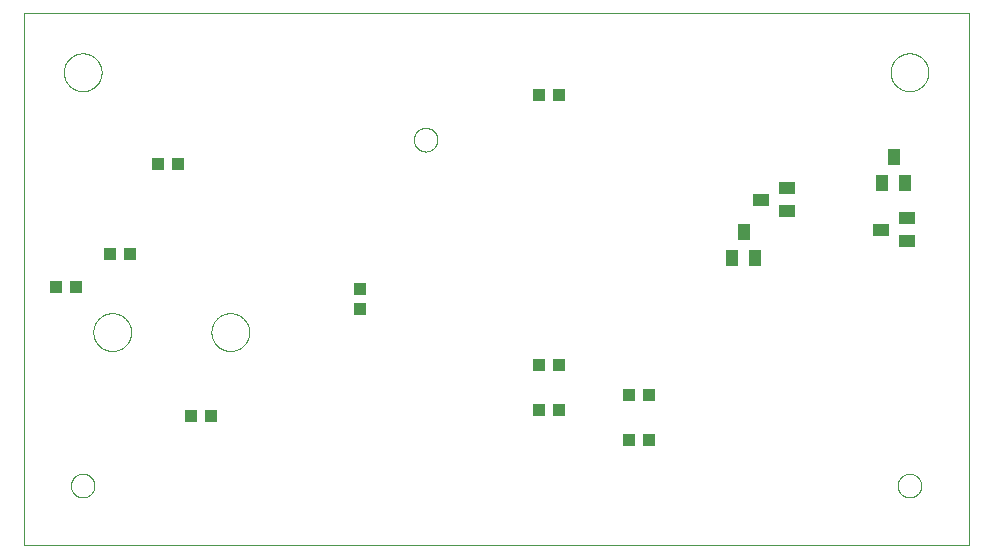
<source format=gbp>
G75*
%MOIN*%
%OFA0B0*%
%FSLAX25Y25*%
%IPPOS*%
%LPD*%
%AMOC8*
5,1,8,0,0,1.08239X$1,22.5*
%
%ADD10C,0.00000*%
%ADD11R,0.03937X0.04331*%
%ADD12R,0.04331X0.03937*%
%ADD13R,0.05512X0.03937*%
%ADD14R,0.03937X0.05512*%
D10*
X0010673Y0006013D02*
X0010673Y0183178D01*
X0325634Y0183178D01*
X0325634Y0006013D01*
X0010673Y0006013D01*
X0026421Y0025698D02*
X0026423Y0025823D01*
X0026429Y0025948D01*
X0026439Y0026072D01*
X0026453Y0026196D01*
X0026470Y0026320D01*
X0026492Y0026443D01*
X0026518Y0026565D01*
X0026547Y0026687D01*
X0026580Y0026807D01*
X0026618Y0026926D01*
X0026658Y0027045D01*
X0026703Y0027161D01*
X0026751Y0027276D01*
X0026803Y0027390D01*
X0026859Y0027502D01*
X0026918Y0027612D01*
X0026980Y0027720D01*
X0027046Y0027827D01*
X0027115Y0027931D01*
X0027188Y0028032D01*
X0027263Y0028132D01*
X0027342Y0028229D01*
X0027424Y0028323D01*
X0027509Y0028415D01*
X0027596Y0028504D01*
X0027687Y0028590D01*
X0027780Y0028673D01*
X0027876Y0028754D01*
X0027974Y0028831D01*
X0028074Y0028905D01*
X0028177Y0028976D01*
X0028282Y0029043D01*
X0028390Y0029108D01*
X0028499Y0029168D01*
X0028610Y0029226D01*
X0028723Y0029279D01*
X0028837Y0029329D01*
X0028953Y0029376D01*
X0029070Y0029418D01*
X0029189Y0029457D01*
X0029309Y0029493D01*
X0029430Y0029524D01*
X0029552Y0029552D01*
X0029674Y0029575D01*
X0029798Y0029595D01*
X0029922Y0029611D01*
X0030046Y0029623D01*
X0030171Y0029631D01*
X0030296Y0029635D01*
X0030420Y0029635D01*
X0030545Y0029631D01*
X0030670Y0029623D01*
X0030794Y0029611D01*
X0030918Y0029595D01*
X0031042Y0029575D01*
X0031164Y0029552D01*
X0031286Y0029524D01*
X0031407Y0029493D01*
X0031527Y0029457D01*
X0031646Y0029418D01*
X0031763Y0029376D01*
X0031879Y0029329D01*
X0031993Y0029279D01*
X0032106Y0029226D01*
X0032217Y0029168D01*
X0032327Y0029108D01*
X0032434Y0029043D01*
X0032539Y0028976D01*
X0032642Y0028905D01*
X0032742Y0028831D01*
X0032840Y0028754D01*
X0032936Y0028673D01*
X0033029Y0028590D01*
X0033120Y0028504D01*
X0033207Y0028415D01*
X0033292Y0028323D01*
X0033374Y0028229D01*
X0033453Y0028132D01*
X0033528Y0028032D01*
X0033601Y0027931D01*
X0033670Y0027827D01*
X0033736Y0027720D01*
X0033798Y0027612D01*
X0033857Y0027502D01*
X0033913Y0027390D01*
X0033965Y0027276D01*
X0034013Y0027161D01*
X0034058Y0027045D01*
X0034098Y0026926D01*
X0034136Y0026807D01*
X0034169Y0026687D01*
X0034198Y0026565D01*
X0034224Y0026443D01*
X0034246Y0026320D01*
X0034263Y0026196D01*
X0034277Y0026072D01*
X0034287Y0025948D01*
X0034293Y0025823D01*
X0034295Y0025698D01*
X0034293Y0025573D01*
X0034287Y0025448D01*
X0034277Y0025324D01*
X0034263Y0025200D01*
X0034246Y0025076D01*
X0034224Y0024953D01*
X0034198Y0024831D01*
X0034169Y0024709D01*
X0034136Y0024589D01*
X0034098Y0024470D01*
X0034058Y0024351D01*
X0034013Y0024235D01*
X0033965Y0024120D01*
X0033913Y0024006D01*
X0033857Y0023894D01*
X0033798Y0023784D01*
X0033736Y0023676D01*
X0033670Y0023569D01*
X0033601Y0023465D01*
X0033528Y0023364D01*
X0033453Y0023264D01*
X0033374Y0023167D01*
X0033292Y0023073D01*
X0033207Y0022981D01*
X0033120Y0022892D01*
X0033029Y0022806D01*
X0032936Y0022723D01*
X0032840Y0022642D01*
X0032742Y0022565D01*
X0032642Y0022491D01*
X0032539Y0022420D01*
X0032434Y0022353D01*
X0032326Y0022288D01*
X0032217Y0022228D01*
X0032106Y0022170D01*
X0031993Y0022117D01*
X0031879Y0022067D01*
X0031763Y0022020D01*
X0031646Y0021978D01*
X0031527Y0021939D01*
X0031407Y0021903D01*
X0031286Y0021872D01*
X0031164Y0021844D01*
X0031042Y0021821D01*
X0030918Y0021801D01*
X0030794Y0021785D01*
X0030670Y0021773D01*
X0030545Y0021765D01*
X0030420Y0021761D01*
X0030296Y0021761D01*
X0030171Y0021765D01*
X0030046Y0021773D01*
X0029922Y0021785D01*
X0029798Y0021801D01*
X0029674Y0021821D01*
X0029552Y0021844D01*
X0029430Y0021872D01*
X0029309Y0021903D01*
X0029189Y0021939D01*
X0029070Y0021978D01*
X0028953Y0022020D01*
X0028837Y0022067D01*
X0028723Y0022117D01*
X0028610Y0022170D01*
X0028499Y0022228D01*
X0028389Y0022288D01*
X0028282Y0022353D01*
X0028177Y0022420D01*
X0028074Y0022491D01*
X0027974Y0022565D01*
X0027876Y0022642D01*
X0027780Y0022723D01*
X0027687Y0022806D01*
X0027596Y0022892D01*
X0027509Y0022981D01*
X0027424Y0023073D01*
X0027342Y0023167D01*
X0027263Y0023264D01*
X0027188Y0023364D01*
X0027115Y0023465D01*
X0027046Y0023569D01*
X0026980Y0023676D01*
X0026918Y0023784D01*
X0026859Y0023894D01*
X0026803Y0024006D01*
X0026751Y0024120D01*
X0026703Y0024235D01*
X0026658Y0024351D01*
X0026618Y0024470D01*
X0026580Y0024589D01*
X0026547Y0024709D01*
X0026518Y0024831D01*
X0026492Y0024953D01*
X0026470Y0025076D01*
X0026453Y0025200D01*
X0026439Y0025324D01*
X0026429Y0025448D01*
X0026423Y0025573D01*
X0026421Y0025698D01*
X0033902Y0076879D02*
X0033904Y0077037D01*
X0033910Y0077195D01*
X0033920Y0077353D01*
X0033934Y0077511D01*
X0033952Y0077668D01*
X0033973Y0077825D01*
X0033999Y0077981D01*
X0034029Y0078137D01*
X0034062Y0078292D01*
X0034100Y0078445D01*
X0034141Y0078598D01*
X0034186Y0078750D01*
X0034235Y0078901D01*
X0034288Y0079050D01*
X0034344Y0079198D01*
X0034404Y0079344D01*
X0034468Y0079489D01*
X0034536Y0079632D01*
X0034607Y0079774D01*
X0034681Y0079914D01*
X0034759Y0080051D01*
X0034841Y0080187D01*
X0034925Y0080321D01*
X0035014Y0080452D01*
X0035105Y0080581D01*
X0035200Y0080708D01*
X0035297Y0080833D01*
X0035398Y0080955D01*
X0035502Y0081074D01*
X0035609Y0081191D01*
X0035719Y0081305D01*
X0035832Y0081416D01*
X0035947Y0081525D01*
X0036065Y0081630D01*
X0036186Y0081732D01*
X0036309Y0081832D01*
X0036435Y0081928D01*
X0036563Y0082021D01*
X0036693Y0082111D01*
X0036826Y0082197D01*
X0036961Y0082281D01*
X0037097Y0082360D01*
X0037236Y0082437D01*
X0037377Y0082509D01*
X0037519Y0082579D01*
X0037663Y0082644D01*
X0037809Y0082706D01*
X0037956Y0082764D01*
X0038105Y0082819D01*
X0038255Y0082870D01*
X0038406Y0082917D01*
X0038558Y0082960D01*
X0038711Y0082999D01*
X0038866Y0083035D01*
X0039021Y0083066D01*
X0039177Y0083094D01*
X0039333Y0083118D01*
X0039490Y0083138D01*
X0039648Y0083154D01*
X0039805Y0083166D01*
X0039964Y0083174D01*
X0040122Y0083178D01*
X0040280Y0083178D01*
X0040438Y0083174D01*
X0040597Y0083166D01*
X0040754Y0083154D01*
X0040912Y0083138D01*
X0041069Y0083118D01*
X0041225Y0083094D01*
X0041381Y0083066D01*
X0041536Y0083035D01*
X0041691Y0082999D01*
X0041844Y0082960D01*
X0041996Y0082917D01*
X0042147Y0082870D01*
X0042297Y0082819D01*
X0042446Y0082764D01*
X0042593Y0082706D01*
X0042739Y0082644D01*
X0042883Y0082579D01*
X0043025Y0082509D01*
X0043166Y0082437D01*
X0043305Y0082360D01*
X0043441Y0082281D01*
X0043576Y0082197D01*
X0043709Y0082111D01*
X0043839Y0082021D01*
X0043967Y0081928D01*
X0044093Y0081832D01*
X0044216Y0081732D01*
X0044337Y0081630D01*
X0044455Y0081525D01*
X0044570Y0081416D01*
X0044683Y0081305D01*
X0044793Y0081191D01*
X0044900Y0081074D01*
X0045004Y0080955D01*
X0045105Y0080833D01*
X0045202Y0080708D01*
X0045297Y0080581D01*
X0045388Y0080452D01*
X0045477Y0080321D01*
X0045561Y0080187D01*
X0045643Y0080051D01*
X0045721Y0079914D01*
X0045795Y0079774D01*
X0045866Y0079632D01*
X0045934Y0079489D01*
X0045998Y0079344D01*
X0046058Y0079198D01*
X0046114Y0079050D01*
X0046167Y0078901D01*
X0046216Y0078750D01*
X0046261Y0078598D01*
X0046302Y0078445D01*
X0046340Y0078292D01*
X0046373Y0078137D01*
X0046403Y0077981D01*
X0046429Y0077825D01*
X0046450Y0077668D01*
X0046468Y0077511D01*
X0046482Y0077353D01*
X0046492Y0077195D01*
X0046498Y0077037D01*
X0046500Y0076879D01*
X0046498Y0076721D01*
X0046492Y0076563D01*
X0046482Y0076405D01*
X0046468Y0076247D01*
X0046450Y0076090D01*
X0046429Y0075933D01*
X0046403Y0075777D01*
X0046373Y0075621D01*
X0046340Y0075466D01*
X0046302Y0075313D01*
X0046261Y0075160D01*
X0046216Y0075008D01*
X0046167Y0074857D01*
X0046114Y0074708D01*
X0046058Y0074560D01*
X0045998Y0074414D01*
X0045934Y0074269D01*
X0045866Y0074126D01*
X0045795Y0073984D01*
X0045721Y0073844D01*
X0045643Y0073707D01*
X0045561Y0073571D01*
X0045477Y0073437D01*
X0045388Y0073306D01*
X0045297Y0073177D01*
X0045202Y0073050D01*
X0045105Y0072925D01*
X0045004Y0072803D01*
X0044900Y0072684D01*
X0044793Y0072567D01*
X0044683Y0072453D01*
X0044570Y0072342D01*
X0044455Y0072233D01*
X0044337Y0072128D01*
X0044216Y0072026D01*
X0044093Y0071926D01*
X0043967Y0071830D01*
X0043839Y0071737D01*
X0043709Y0071647D01*
X0043576Y0071561D01*
X0043441Y0071477D01*
X0043305Y0071398D01*
X0043166Y0071321D01*
X0043025Y0071249D01*
X0042883Y0071179D01*
X0042739Y0071114D01*
X0042593Y0071052D01*
X0042446Y0070994D01*
X0042297Y0070939D01*
X0042147Y0070888D01*
X0041996Y0070841D01*
X0041844Y0070798D01*
X0041691Y0070759D01*
X0041536Y0070723D01*
X0041381Y0070692D01*
X0041225Y0070664D01*
X0041069Y0070640D01*
X0040912Y0070620D01*
X0040754Y0070604D01*
X0040597Y0070592D01*
X0040438Y0070584D01*
X0040280Y0070580D01*
X0040122Y0070580D01*
X0039964Y0070584D01*
X0039805Y0070592D01*
X0039648Y0070604D01*
X0039490Y0070620D01*
X0039333Y0070640D01*
X0039177Y0070664D01*
X0039021Y0070692D01*
X0038866Y0070723D01*
X0038711Y0070759D01*
X0038558Y0070798D01*
X0038406Y0070841D01*
X0038255Y0070888D01*
X0038105Y0070939D01*
X0037956Y0070994D01*
X0037809Y0071052D01*
X0037663Y0071114D01*
X0037519Y0071179D01*
X0037377Y0071249D01*
X0037236Y0071321D01*
X0037097Y0071398D01*
X0036961Y0071477D01*
X0036826Y0071561D01*
X0036693Y0071647D01*
X0036563Y0071737D01*
X0036435Y0071830D01*
X0036309Y0071926D01*
X0036186Y0072026D01*
X0036065Y0072128D01*
X0035947Y0072233D01*
X0035832Y0072342D01*
X0035719Y0072453D01*
X0035609Y0072567D01*
X0035502Y0072684D01*
X0035398Y0072803D01*
X0035297Y0072925D01*
X0035200Y0073050D01*
X0035105Y0073177D01*
X0035014Y0073306D01*
X0034925Y0073437D01*
X0034841Y0073571D01*
X0034759Y0073707D01*
X0034681Y0073844D01*
X0034607Y0073984D01*
X0034536Y0074126D01*
X0034468Y0074269D01*
X0034404Y0074414D01*
X0034344Y0074560D01*
X0034288Y0074708D01*
X0034235Y0074857D01*
X0034186Y0075008D01*
X0034141Y0075160D01*
X0034100Y0075313D01*
X0034062Y0075466D01*
X0034029Y0075621D01*
X0033999Y0075777D01*
X0033973Y0075933D01*
X0033952Y0076090D01*
X0033934Y0076247D01*
X0033920Y0076405D01*
X0033910Y0076563D01*
X0033904Y0076721D01*
X0033902Y0076879D01*
X0073272Y0076879D02*
X0073274Y0077037D01*
X0073280Y0077195D01*
X0073290Y0077353D01*
X0073304Y0077511D01*
X0073322Y0077668D01*
X0073343Y0077825D01*
X0073369Y0077981D01*
X0073399Y0078137D01*
X0073432Y0078292D01*
X0073470Y0078445D01*
X0073511Y0078598D01*
X0073556Y0078750D01*
X0073605Y0078901D01*
X0073658Y0079050D01*
X0073714Y0079198D01*
X0073774Y0079344D01*
X0073838Y0079489D01*
X0073906Y0079632D01*
X0073977Y0079774D01*
X0074051Y0079914D01*
X0074129Y0080051D01*
X0074211Y0080187D01*
X0074295Y0080321D01*
X0074384Y0080452D01*
X0074475Y0080581D01*
X0074570Y0080708D01*
X0074667Y0080833D01*
X0074768Y0080955D01*
X0074872Y0081074D01*
X0074979Y0081191D01*
X0075089Y0081305D01*
X0075202Y0081416D01*
X0075317Y0081525D01*
X0075435Y0081630D01*
X0075556Y0081732D01*
X0075679Y0081832D01*
X0075805Y0081928D01*
X0075933Y0082021D01*
X0076063Y0082111D01*
X0076196Y0082197D01*
X0076331Y0082281D01*
X0076467Y0082360D01*
X0076606Y0082437D01*
X0076747Y0082509D01*
X0076889Y0082579D01*
X0077033Y0082644D01*
X0077179Y0082706D01*
X0077326Y0082764D01*
X0077475Y0082819D01*
X0077625Y0082870D01*
X0077776Y0082917D01*
X0077928Y0082960D01*
X0078081Y0082999D01*
X0078236Y0083035D01*
X0078391Y0083066D01*
X0078547Y0083094D01*
X0078703Y0083118D01*
X0078860Y0083138D01*
X0079018Y0083154D01*
X0079175Y0083166D01*
X0079334Y0083174D01*
X0079492Y0083178D01*
X0079650Y0083178D01*
X0079808Y0083174D01*
X0079967Y0083166D01*
X0080124Y0083154D01*
X0080282Y0083138D01*
X0080439Y0083118D01*
X0080595Y0083094D01*
X0080751Y0083066D01*
X0080906Y0083035D01*
X0081061Y0082999D01*
X0081214Y0082960D01*
X0081366Y0082917D01*
X0081517Y0082870D01*
X0081667Y0082819D01*
X0081816Y0082764D01*
X0081963Y0082706D01*
X0082109Y0082644D01*
X0082253Y0082579D01*
X0082395Y0082509D01*
X0082536Y0082437D01*
X0082675Y0082360D01*
X0082811Y0082281D01*
X0082946Y0082197D01*
X0083079Y0082111D01*
X0083209Y0082021D01*
X0083337Y0081928D01*
X0083463Y0081832D01*
X0083586Y0081732D01*
X0083707Y0081630D01*
X0083825Y0081525D01*
X0083940Y0081416D01*
X0084053Y0081305D01*
X0084163Y0081191D01*
X0084270Y0081074D01*
X0084374Y0080955D01*
X0084475Y0080833D01*
X0084572Y0080708D01*
X0084667Y0080581D01*
X0084758Y0080452D01*
X0084847Y0080321D01*
X0084931Y0080187D01*
X0085013Y0080051D01*
X0085091Y0079914D01*
X0085165Y0079774D01*
X0085236Y0079632D01*
X0085304Y0079489D01*
X0085368Y0079344D01*
X0085428Y0079198D01*
X0085484Y0079050D01*
X0085537Y0078901D01*
X0085586Y0078750D01*
X0085631Y0078598D01*
X0085672Y0078445D01*
X0085710Y0078292D01*
X0085743Y0078137D01*
X0085773Y0077981D01*
X0085799Y0077825D01*
X0085820Y0077668D01*
X0085838Y0077511D01*
X0085852Y0077353D01*
X0085862Y0077195D01*
X0085868Y0077037D01*
X0085870Y0076879D01*
X0085868Y0076721D01*
X0085862Y0076563D01*
X0085852Y0076405D01*
X0085838Y0076247D01*
X0085820Y0076090D01*
X0085799Y0075933D01*
X0085773Y0075777D01*
X0085743Y0075621D01*
X0085710Y0075466D01*
X0085672Y0075313D01*
X0085631Y0075160D01*
X0085586Y0075008D01*
X0085537Y0074857D01*
X0085484Y0074708D01*
X0085428Y0074560D01*
X0085368Y0074414D01*
X0085304Y0074269D01*
X0085236Y0074126D01*
X0085165Y0073984D01*
X0085091Y0073844D01*
X0085013Y0073707D01*
X0084931Y0073571D01*
X0084847Y0073437D01*
X0084758Y0073306D01*
X0084667Y0073177D01*
X0084572Y0073050D01*
X0084475Y0072925D01*
X0084374Y0072803D01*
X0084270Y0072684D01*
X0084163Y0072567D01*
X0084053Y0072453D01*
X0083940Y0072342D01*
X0083825Y0072233D01*
X0083707Y0072128D01*
X0083586Y0072026D01*
X0083463Y0071926D01*
X0083337Y0071830D01*
X0083209Y0071737D01*
X0083079Y0071647D01*
X0082946Y0071561D01*
X0082811Y0071477D01*
X0082675Y0071398D01*
X0082536Y0071321D01*
X0082395Y0071249D01*
X0082253Y0071179D01*
X0082109Y0071114D01*
X0081963Y0071052D01*
X0081816Y0070994D01*
X0081667Y0070939D01*
X0081517Y0070888D01*
X0081366Y0070841D01*
X0081214Y0070798D01*
X0081061Y0070759D01*
X0080906Y0070723D01*
X0080751Y0070692D01*
X0080595Y0070664D01*
X0080439Y0070640D01*
X0080282Y0070620D01*
X0080124Y0070604D01*
X0079967Y0070592D01*
X0079808Y0070584D01*
X0079650Y0070580D01*
X0079492Y0070580D01*
X0079334Y0070584D01*
X0079175Y0070592D01*
X0079018Y0070604D01*
X0078860Y0070620D01*
X0078703Y0070640D01*
X0078547Y0070664D01*
X0078391Y0070692D01*
X0078236Y0070723D01*
X0078081Y0070759D01*
X0077928Y0070798D01*
X0077776Y0070841D01*
X0077625Y0070888D01*
X0077475Y0070939D01*
X0077326Y0070994D01*
X0077179Y0071052D01*
X0077033Y0071114D01*
X0076889Y0071179D01*
X0076747Y0071249D01*
X0076606Y0071321D01*
X0076467Y0071398D01*
X0076331Y0071477D01*
X0076196Y0071561D01*
X0076063Y0071647D01*
X0075933Y0071737D01*
X0075805Y0071830D01*
X0075679Y0071926D01*
X0075556Y0072026D01*
X0075435Y0072128D01*
X0075317Y0072233D01*
X0075202Y0072342D01*
X0075089Y0072453D01*
X0074979Y0072567D01*
X0074872Y0072684D01*
X0074768Y0072803D01*
X0074667Y0072925D01*
X0074570Y0073050D01*
X0074475Y0073177D01*
X0074384Y0073306D01*
X0074295Y0073437D01*
X0074211Y0073571D01*
X0074129Y0073707D01*
X0074051Y0073844D01*
X0073977Y0073984D01*
X0073906Y0074126D01*
X0073838Y0074269D01*
X0073774Y0074414D01*
X0073714Y0074560D01*
X0073658Y0074708D01*
X0073605Y0074857D01*
X0073556Y0075008D01*
X0073511Y0075160D01*
X0073470Y0075313D01*
X0073432Y0075466D01*
X0073399Y0075621D01*
X0073369Y0075777D01*
X0073343Y0075933D01*
X0073322Y0076090D01*
X0073304Y0076247D01*
X0073290Y0076405D01*
X0073280Y0076563D01*
X0073274Y0076721D01*
X0073272Y0076879D01*
X0140736Y0141013D02*
X0140738Y0141138D01*
X0140744Y0141263D01*
X0140754Y0141387D01*
X0140768Y0141511D01*
X0140785Y0141635D01*
X0140807Y0141758D01*
X0140833Y0141880D01*
X0140862Y0142002D01*
X0140895Y0142122D01*
X0140933Y0142241D01*
X0140973Y0142360D01*
X0141018Y0142476D01*
X0141066Y0142591D01*
X0141118Y0142705D01*
X0141174Y0142817D01*
X0141233Y0142927D01*
X0141295Y0143035D01*
X0141361Y0143142D01*
X0141430Y0143246D01*
X0141503Y0143347D01*
X0141578Y0143447D01*
X0141657Y0143544D01*
X0141739Y0143638D01*
X0141824Y0143730D01*
X0141911Y0143819D01*
X0142002Y0143905D01*
X0142095Y0143988D01*
X0142191Y0144069D01*
X0142289Y0144146D01*
X0142389Y0144220D01*
X0142492Y0144291D01*
X0142597Y0144358D01*
X0142705Y0144423D01*
X0142814Y0144483D01*
X0142925Y0144541D01*
X0143038Y0144594D01*
X0143152Y0144644D01*
X0143268Y0144691D01*
X0143385Y0144733D01*
X0143504Y0144772D01*
X0143624Y0144808D01*
X0143745Y0144839D01*
X0143867Y0144867D01*
X0143989Y0144890D01*
X0144113Y0144910D01*
X0144237Y0144926D01*
X0144361Y0144938D01*
X0144486Y0144946D01*
X0144611Y0144950D01*
X0144735Y0144950D01*
X0144860Y0144946D01*
X0144985Y0144938D01*
X0145109Y0144926D01*
X0145233Y0144910D01*
X0145357Y0144890D01*
X0145479Y0144867D01*
X0145601Y0144839D01*
X0145722Y0144808D01*
X0145842Y0144772D01*
X0145961Y0144733D01*
X0146078Y0144691D01*
X0146194Y0144644D01*
X0146308Y0144594D01*
X0146421Y0144541D01*
X0146532Y0144483D01*
X0146642Y0144423D01*
X0146749Y0144358D01*
X0146854Y0144291D01*
X0146957Y0144220D01*
X0147057Y0144146D01*
X0147155Y0144069D01*
X0147251Y0143988D01*
X0147344Y0143905D01*
X0147435Y0143819D01*
X0147522Y0143730D01*
X0147607Y0143638D01*
X0147689Y0143544D01*
X0147768Y0143447D01*
X0147843Y0143347D01*
X0147916Y0143246D01*
X0147985Y0143142D01*
X0148051Y0143035D01*
X0148113Y0142927D01*
X0148172Y0142817D01*
X0148228Y0142705D01*
X0148280Y0142591D01*
X0148328Y0142476D01*
X0148373Y0142360D01*
X0148413Y0142241D01*
X0148451Y0142122D01*
X0148484Y0142002D01*
X0148513Y0141880D01*
X0148539Y0141758D01*
X0148561Y0141635D01*
X0148578Y0141511D01*
X0148592Y0141387D01*
X0148602Y0141263D01*
X0148608Y0141138D01*
X0148610Y0141013D01*
X0148608Y0140888D01*
X0148602Y0140763D01*
X0148592Y0140639D01*
X0148578Y0140515D01*
X0148561Y0140391D01*
X0148539Y0140268D01*
X0148513Y0140146D01*
X0148484Y0140024D01*
X0148451Y0139904D01*
X0148413Y0139785D01*
X0148373Y0139666D01*
X0148328Y0139550D01*
X0148280Y0139435D01*
X0148228Y0139321D01*
X0148172Y0139209D01*
X0148113Y0139099D01*
X0148051Y0138991D01*
X0147985Y0138884D01*
X0147916Y0138780D01*
X0147843Y0138679D01*
X0147768Y0138579D01*
X0147689Y0138482D01*
X0147607Y0138388D01*
X0147522Y0138296D01*
X0147435Y0138207D01*
X0147344Y0138121D01*
X0147251Y0138038D01*
X0147155Y0137957D01*
X0147057Y0137880D01*
X0146957Y0137806D01*
X0146854Y0137735D01*
X0146749Y0137668D01*
X0146641Y0137603D01*
X0146532Y0137543D01*
X0146421Y0137485D01*
X0146308Y0137432D01*
X0146194Y0137382D01*
X0146078Y0137335D01*
X0145961Y0137293D01*
X0145842Y0137254D01*
X0145722Y0137218D01*
X0145601Y0137187D01*
X0145479Y0137159D01*
X0145357Y0137136D01*
X0145233Y0137116D01*
X0145109Y0137100D01*
X0144985Y0137088D01*
X0144860Y0137080D01*
X0144735Y0137076D01*
X0144611Y0137076D01*
X0144486Y0137080D01*
X0144361Y0137088D01*
X0144237Y0137100D01*
X0144113Y0137116D01*
X0143989Y0137136D01*
X0143867Y0137159D01*
X0143745Y0137187D01*
X0143624Y0137218D01*
X0143504Y0137254D01*
X0143385Y0137293D01*
X0143268Y0137335D01*
X0143152Y0137382D01*
X0143038Y0137432D01*
X0142925Y0137485D01*
X0142814Y0137543D01*
X0142704Y0137603D01*
X0142597Y0137668D01*
X0142492Y0137735D01*
X0142389Y0137806D01*
X0142289Y0137880D01*
X0142191Y0137957D01*
X0142095Y0138038D01*
X0142002Y0138121D01*
X0141911Y0138207D01*
X0141824Y0138296D01*
X0141739Y0138388D01*
X0141657Y0138482D01*
X0141578Y0138579D01*
X0141503Y0138679D01*
X0141430Y0138780D01*
X0141361Y0138884D01*
X0141295Y0138991D01*
X0141233Y0139099D01*
X0141174Y0139209D01*
X0141118Y0139321D01*
X0141066Y0139435D01*
X0141018Y0139550D01*
X0140973Y0139666D01*
X0140933Y0139785D01*
X0140895Y0139904D01*
X0140862Y0140024D01*
X0140833Y0140146D01*
X0140807Y0140268D01*
X0140785Y0140391D01*
X0140768Y0140515D01*
X0140754Y0140639D01*
X0140744Y0140763D01*
X0140738Y0140888D01*
X0140736Y0141013D01*
X0024059Y0163493D02*
X0024061Y0163651D01*
X0024067Y0163809D01*
X0024077Y0163967D01*
X0024091Y0164125D01*
X0024109Y0164282D01*
X0024130Y0164439D01*
X0024156Y0164595D01*
X0024186Y0164751D01*
X0024219Y0164906D01*
X0024257Y0165059D01*
X0024298Y0165212D01*
X0024343Y0165364D01*
X0024392Y0165515D01*
X0024445Y0165664D01*
X0024501Y0165812D01*
X0024561Y0165958D01*
X0024625Y0166103D01*
X0024693Y0166246D01*
X0024764Y0166388D01*
X0024838Y0166528D01*
X0024916Y0166665D01*
X0024998Y0166801D01*
X0025082Y0166935D01*
X0025171Y0167066D01*
X0025262Y0167195D01*
X0025357Y0167322D01*
X0025454Y0167447D01*
X0025555Y0167569D01*
X0025659Y0167688D01*
X0025766Y0167805D01*
X0025876Y0167919D01*
X0025989Y0168030D01*
X0026104Y0168139D01*
X0026222Y0168244D01*
X0026343Y0168346D01*
X0026466Y0168446D01*
X0026592Y0168542D01*
X0026720Y0168635D01*
X0026850Y0168725D01*
X0026983Y0168811D01*
X0027118Y0168895D01*
X0027254Y0168974D01*
X0027393Y0169051D01*
X0027534Y0169123D01*
X0027676Y0169193D01*
X0027820Y0169258D01*
X0027966Y0169320D01*
X0028113Y0169378D01*
X0028262Y0169433D01*
X0028412Y0169484D01*
X0028563Y0169531D01*
X0028715Y0169574D01*
X0028868Y0169613D01*
X0029023Y0169649D01*
X0029178Y0169680D01*
X0029334Y0169708D01*
X0029490Y0169732D01*
X0029647Y0169752D01*
X0029805Y0169768D01*
X0029962Y0169780D01*
X0030121Y0169788D01*
X0030279Y0169792D01*
X0030437Y0169792D01*
X0030595Y0169788D01*
X0030754Y0169780D01*
X0030911Y0169768D01*
X0031069Y0169752D01*
X0031226Y0169732D01*
X0031382Y0169708D01*
X0031538Y0169680D01*
X0031693Y0169649D01*
X0031848Y0169613D01*
X0032001Y0169574D01*
X0032153Y0169531D01*
X0032304Y0169484D01*
X0032454Y0169433D01*
X0032603Y0169378D01*
X0032750Y0169320D01*
X0032896Y0169258D01*
X0033040Y0169193D01*
X0033182Y0169123D01*
X0033323Y0169051D01*
X0033462Y0168974D01*
X0033598Y0168895D01*
X0033733Y0168811D01*
X0033866Y0168725D01*
X0033996Y0168635D01*
X0034124Y0168542D01*
X0034250Y0168446D01*
X0034373Y0168346D01*
X0034494Y0168244D01*
X0034612Y0168139D01*
X0034727Y0168030D01*
X0034840Y0167919D01*
X0034950Y0167805D01*
X0035057Y0167688D01*
X0035161Y0167569D01*
X0035262Y0167447D01*
X0035359Y0167322D01*
X0035454Y0167195D01*
X0035545Y0167066D01*
X0035634Y0166935D01*
X0035718Y0166801D01*
X0035800Y0166665D01*
X0035878Y0166528D01*
X0035952Y0166388D01*
X0036023Y0166246D01*
X0036091Y0166103D01*
X0036155Y0165958D01*
X0036215Y0165812D01*
X0036271Y0165664D01*
X0036324Y0165515D01*
X0036373Y0165364D01*
X0036418Y0165212D01*
X0036459Y0165059D01*
X0036497Y0164906D01*
X0036530Y0164751D01*
X0036560Y0164595D01*
X0036586Y0164439D01*
X0036607Y0164282D01*
X0036625Y0164125D01*
X0036639Y0163967D01*
X0036649Y0163809D01*
X0036655Y0163651D01*
X0036657Y0163493D01*
X0036655Y0163335D01*
X0036649Y0163177D01*
X0036639Y0163019D01*
X0036625Y0162861D01*
X0036607Y0162704D01*
X0036586Y0162547D01*
X0036560Y0162391D01*
X0036530Y0162235D01*
X0036497Y0162080D01*
X0036459Y0161927D01*
X0036418Y0161774D01*
X0036373Y0161622D01*
X0036324Y0161471D01*
X0036271Y0161322D01*
X0036215Y0161174D01*
X0036155Y0161028D01*
X0036091Y0160883D01*
X0036023Y0160740D01*
X0035952Y0160598D01*
X0035878Y0160458D01*
X0035800Y0160321D01*
X0035718Y0160185D01*
X0035634Y0160051D01*
X0035545Y0159920D01*
X0035454Y0159791D01*
X0035359Y0159664D01*
X0035262Y0159539D01*
X0035161Y0159417D01*
X0035057Y0159298D01*
X0034950Y0159181D01*
X0034840Y0159067D01*
X0034727Y0158956D01*
X0034612Y0158847D01*
X0034494Y0158742D01*
X0034373Y0158640D01*
X0034250Y0158540D01*
X0034124Y0158444D01*
X0033996Y0158351D01*
X0033866Y0158261D01*
X0033733Y0158175D01*
X0033598Y0158091D01*
X0033462Y0158012D01*
X0033323Y0157935D01*
X0033182Y0157863D01*
X0033040Y0157793D01*
X0032896Y0157728D01*
X0032750Y0157666D01*
X0032603Y0157608D01*
X0032454Y0157553D01*
X0032304Y0157502D01*
X0032153Y0157455D01*
X0032001Y0157412D01*
X0031848Y0157373D01*
X0031693Y0157337D01*
X0031538Y0157306D01*
X0031382Y0157278D01*
X0031226Y0157254D01*
X0031069Y0157234D01*
X0030911Y0157218D01*
X0030754Y0157206D01*
X0030595Y0157198D01*
X0030437Y0157194D01*
X0030279Y0157194D01*
X0030121Y0157198D01*
X0029962Y0157206D01*
X0029805Y0157218D01*
X0029647Y0157234D01*
X0029490Y0157254D01*
X0029334Y0157278D01*
X0029178Y0157306D01*
X0029023Y0157337D01*
X0028868Y0157373D01*
X0028715Y0157412D01*
X0028563Y0157455D01*
X0028412Y0157502D01*
X0028262Y0157553D01*
X0028113Y0157608D01*
X0027966Y0157666D01*
X0027820Y0157728D01*
X0027676Y0157793D01*
X0027534Y0157863D01*
X0027393Y0157935D01*
X0027254Y0158012D01*
X0027118Y0158091D01*
X0026983Y0158175D01*
X0026850Y0158261D01*
X0026720Y0158351D01*
X0026592Y0158444D01*
X0026466Y0158540D01*
X0026343Y0158640D01*
X0026222Y0158742D01*
X0026104Y0158847D01*
X0025989Y0158956D01*
X0025876Y0159067D01*
X0025766Y0159181D01*
X0025659Y0159298D01*
X0025555Y0159417D01*
X0025454Y0159539D01*
X0025357Y0159664D01*
X0025262Y0159791D01*
X0025171Y0159920D01*
X0025082Y0160051D01*
X0024998Y0160185D01*
X0024916Y0160321D01*
X0024838Y0160458D01*
X0024764Y0160598D01*
X0024693Y0160740D01*
X0024625Y0160883D01*
X0024561Y0161028D01*
X0024501Y0161174D01*
X0024445Y0161322D01*
X0024392Y0161471D01*
X0024343Y0161622D01*
X0024298Y0161774D01*
X0024257Y0161927D01*
X0024219Y0162080D01*
X0024186Y0162235D01*
X0024156Y0162391D01*
X0024130Y0162547D01*
X0024109Y0162704D01*
X0024091Y0162861D01*
X0024077Y0163019D01*
X0024067Y0163177D01*
X0024061Y0163335D01*
X0024059Y0163493D01*
X0299650Y0163493D02*
X0299652Y0163651D01*
X0299658Y0163809D01*
X0299668Y0163967D01*
X0299682Y0164125D01*
X0299700Y0164282D01*
X0299721Y0164439D01*
X0299747Y0164595D01*
X0299777Y0164751D01*
X0299810Y0164906D01*
X0299848Y0165059D01*
X0299889Y0165212D01*
X0299934Y0165364D01*
X0299983Y0165515D01*
X0300036Y0165664D01*
X0300092Y0165812D01*
X0300152Y0165958D01*
X0300216Y0166103D01*
X0300284Y0166246D01*
X0300355Y0166388D01*
X0300429Y0166528D01*
X0300507Y0166665D01*
X0300589Y0166801D01*
X0300673Y0166935D01*
X0300762Y0167066D01*
X0300853Y0167195D01*
X0300948Y0167322D01*
X0301045Y0167447D01*
X0301146Y0167569D01*
X0301250Y0167688D01*
X0301357Y0167805D01*
X0301467Y0167919D01*
X0301580Y0168030D01*
X0301695Y0168139D01*
X0301813Y0168244D01*
X0301934Y0168346D01*
X0302057Y0168446D01*
X0302183Y0168542D01*
X0302311Y0168635D01*
X0302441Y0168725D01*
X0302574Y0168811D01*
X0302709Y0168895D01*
X0302845Y0168974D01*
X0302984Y0169051D01*
X0303125Y0169123D01*
X0303267Y0169193D01*
X0303411Y0169258D01*
X0303557Y0169320D01*
X0303704Y0169378D01*
X0303853Y0169433D01*
X0304003Y0169484D01*
X0304154Y0169531D01*
X0304306Y0169574D01*
X0304459Y0169613D01*
X0304614Y0169649D01*
X0304769Y0169680D01*
X0304925Y0169708D01*
X0305081Y0169732D01*
X0305238Y0169752D01*
X0305396Y0169768D01*
X0305553Y0169780D01*
X0305712Y0169788D01*
X0305870Y0169792D01*
X0306028Y0169792D01*
X0306186Y0169788D01*
X0306345Y0169780D01*
X0306502Y0169768D01*
X0306660Y0169752D01*
X0306817Y0169732D01*
X0306973Y0169708D01*
X0307129Y0169680D01*
X0307284Y0169649D01*
X0307439Y0169613D01*
X0307592Y0169574D01*
X0307744Y0169531D01*
X0307895Y0169484D01*
X0308045Y0169433D01*
X0308194Y0169378D01*
X0308341Y0169320D01*
X0308487Y0169258D01*
X0308631Y0169193D01*
X0308773Y0169123D01*
X0308914Y0169051D01*
X0309053Y0168974D01*
X0309189Y0168895D01*
X0309324Y0168811D01*
X0309457Y0168725D01*
X0309587Y0168635D01*
X0309715Y0168542D01*
X0309841Y0168446D01*
X0309964Y0168346D01*
X0310085Y0168244D01*
X0310203Y0168139D01*
X0310318Y0168030D01*
X0310431Y0167919D01*
X0310541Y0167805D01*
X0310648Y0167688D01*
X0310752Y0167569D01*
X0310853Y0167447D01*
X0310950Y0167322D01*
X0311045Y0167195D01*
X0311136Y0167066D01*
X0311225Y0166935D01*
X0311309Y0166801D01*
X0311391Y0166665D01*
X0311469Y0166528D01*
X0311543Y0166388D01*
X0311614Y0166246D01*
X0311682Y0166103D01*
X0311746Y0165958D01*
X0311806Y0165812D01*
X0311862Y0165664D01*
X0311915Y0165515D01*
X0311964Y0165364D01*
X0312009Y0165212D01*
X0312050Y0165059D01*
X0312088Y0164906D01*
X0312121Y0164751D01*
X0312151Y0164595D01*
X0312177Y0164439D01*
X0312198Y0164282D01*
X0312216Y0164125D01*
X0312230Y0163967D01*
X0312240Y0163809D01*
X0312246Y0163651D01*
X0312248Y0163493D01*
X0312246Y0163335D01*
X0312240Y0163177D01*
X0312230Y0163019D01*
X0312216Y0162861D01*
X0312198Y0162704D01*
X0312177Y0162547D01*
X0312151Y0162391D01*
X0312121Y0162235D01*
X0312088Y0162080D01*
X0312050Y0161927D01*
X0312009Y0161774D01*
X0311964Y0161622D01*
X0311915Y0161471D01*
X0311862Y0161322D01*
X0311806Y0161174D01*
X0311746Y0161028D01*
X0311682Y0160883D01*
X0311614Y0160740D01*
X0311543Y0160598D01*
X0311469Y0160458D01*
X0311391Y0160321D01*
X0311309Y0160185D01*
X0311225Y0160051D01*
X0311136Y0159920D01*
X0311045Y0159791D01*
X0310950Y0159664D01*
X0310853Y0159539D01*
X0310752Y0159417D01*
X0310648Y0159298D01*
X0310541Y0159181D01*
X0310431Y0159067D01*
X0310318Y0158956D01*
X0310203Y0158847D01*
X0310085Y0158742D01*
X0309964Y0158640D01*
X0309841Y0158540D01*
X0309715Y0158444D01*
X0309587Y0158351D01*
X0309457Y0158261D01*
X0309324Y0158175D01*
X0309189Y0158091D01*
X0309053Y0158012D01*
X0308914Y0157935D01*
X0308773Y0157863D01*
X0308631Y0157793D01*
X0308487Y0157728D01*
X0308341Y0157666D01*
X0308194Y0157608D01*
X0308045Y0157553D01*
X0307895Y0157502D01*
X0307744Y0157455D01*
X0307592Y0157412D01*
X0307439Y0157373D01*
X0307284Y0157337D01*
X0307129Y0157306D01*
X0306973Y0157278D01*
X0306817Y0157254D01*
X0306660Y0157234D01*
X0306502Y0157218D01*
X0306345Y0157206D01*
X0306186Y0157198D01*
X0306028Y0157194D01*
X0305870Y0157194D01*
X0305712Y0157198D01*
X0305553Y0157206D01*
X0305396Y0157218D01*
X0305238Y0157234D01*
X0305081Y0157254D01*
X0304925Y0157278D01*
X0304769Y0157306D01*
X0304614Y0157337D01*
X0304459Y0157373D01*
X0304306Y0157412D01*
X0304154Y0157455D01*
X0304003Y0157502D01*
X0303853Y0157553D01*
X0303704Y0157608D01*
X0303557Y0157666D01*
X0303411Y0157728D01*
X0303267Y0157793D01*
X0303125Y0157863D01*
X0302984Y0157935D01*
X0302845Y0158012D01*
X0302709Y0158091D01*
X0302574Y0158175D01*
X0302441Y0158261D01*
X0302311Y0158351D01*
X0302183Y0158444D01*
X0302057Y0158540D01*
X0301934Y0158640D01*
X0301813Y0158742D01*
X0301695Y0158847D01*
X0301580Y0158956D01*
X0301467Y0159067D01*
X0301357Y0159181D01*
X0301250Y0159298D01*
X0301146Y0159417D01*
X0301045Y0159539D01*
X0300948Y0159664D01*
X0300853Y0159791D01*
X0300762Y0159920D01*
X0300673Y0160051D01*
X0300589Y0160185D01*
X0300507Y0160321D01*
X0300429Y0160458D01*
X0300355Y0160598D01*
X0300284Y0160740D01*
X0300216Y0160883D01*
X0300152Y0161028D01*
X0300092Y0161174D01*
X0300036Y0161322D01*
X0299983Y0161471D01*
X0299934Y0161622D01*
X0299889Y0161774D01*
X0299848Y0161927D01*
X0299810Y0162080D01*
X0299777Y0162235D01*
X0299747Y0162391D01*
X0299721Y0162547D01*
X0299700Y0162704D01*
X0299682Y0162861D01*
X0299668Y0163019D01*
X0299658Y0163177D01*
X0299652Y0163335D01*
X0299650Y0163493D01*
X0302012Y0025698D02*
X0302014Y0025823D01*
X0302020Y0025948D01*
X0302030Y0026072D01*
X0302044Y0026196D01*
X0302061Y0026320D01*
X0302083Y0026443D01*
X0302109Y0026565D01*
X0302138Y0026687D01*
X0302171Y0026807D01*
X0302209Y0026926D01*
X0302249Y0027045D01*
X0302294Y0027161D01*
X0302342Y0027276D01*
X0302394Y0027390D01*
X0302450Y0027502D01*
X0302509Y0027612D01*
X0302571Y0027720D01*
X0302637Y0027827D01*
X0302706Y0027931D01*
X0302779Y0028032D01*
X0302854Y0028132D01*
X0302933Y0028229D01*
X0303015Y0028323D01*
X0303100Y0028415D01*
X0303187Y0028504D01*
X0303278Y0028590D01*
X0303371Y0028673D01*
X0303467Y0028754D01*
X0303565Y0028831D01*
X0303665Y0028905D01*
X0303768Y0028976D01*
X0303873Y0029043D01*
X0303981Y0029108D01*
X0304090Y0029168D01*
X0304201Y0029226D01*
X0304314Y0029279D01*
X0304428Y0029329D01*
X0304544Y0029376D01*
X0304661Y0029418D01*
X0304780Y0029457D01*
X0304900Y0029493D01*
X0305021Y0029524D01*
X0305143Y0029552D01*
X0305265Y0029575D01*
X0305389Y0029595D01*
X0305513Y0029611D01*
X0305637Y0029623D01*
X0305762Y0029631D01*
X0305887Y0029635D01*
X0306011Y0029635D01*
X0306136Y0029631D01*
X0306261Y0029623D01*
X0306385Y0029611D01*
X0306509Y0029595D01*
X0306633Y0029575D01*
X0306755Y0029552D01*
X0306877Y0029524D01*
X0306998Y0029493D01*
X0307118Y0029457D01*
X0307237Y0029418D01*
X0307354Y0029376D01*
X0307470Y0029329D01*
X0307584Y0029279D01*
X0307697Y0029226D01*
X0307808Y0029168D01*
X0307918Y0029108D01*
X0308025Y0029043D01*
X0308130Y0028976D01*
X0308233Y0028905D01*
X0308333Y0028831D01*
X0308431Y0028754D01*
X0308527Y0028673D01*
X0308620Y0028590D01*
X0308711Y0028504D01*
X0308798Y0028415D01*
X0308883Y0028323D01*
X0308965Y0028229D01*
X0309044Y0028132D01*
X0309119Y0028032D01*
X0309192Y0027931D01*
X0309261Y0027827D01*
X0309327Y0027720D01*
X0309389Y0027612D01*
X0309448Y0027502D01*
X0309504Y0027390D01*
X0309556Y0027276D01*
X0309604Y0027161D01*
X0309649Y0027045D01*
X0309689Y0026926D01*
X0309727Y0026807D01*
X0309760Y0026687D01*
X0309789Y0026565D01*
X0309815Y0026443D01*
X0309837Y0026320D01*
X0309854Y0026196D01*
X0309868Y0026072D01*
X0309878Y0025948D01*
X0309884Y0025823D01*
X0309886Y0025698D01*
X0309884Y0025573D01*
X0309878Y0025448D01*
X0309868Y0025324D01*
X0309854Y0025200D01*
X0309837Y0025076D01*
X0309815Y0024953D01*
X0309789Y0024831D01*
X0309760Y0024709D01*
X0309727Y0024589D01*
X0309689Y0024470D01*
X0309649Y0024351D01*
X0309604Y0024235D01*
X0309556Y0024120D01*
X0309504Y0024006D01*
X0309448Y0023894D01*
X0309389Y0023784D01*
X0309327Y0023676D01*
X0309261Y0023569D01*
X0309192Y0023465D01*
X0309119Y0023364D01*
X0309044Y0023264D01*
X0308965Y0023167D01*
X0308883Y0023073D01*
X0308798Y0022981D01*
X0308711Y0022892D01*
X0308620Y0022806D01*
X0308527Y0022723D01*
X0308431Y0022642D01*
X0308333Y0022565D01*
X0308233Y0022491D01*
X0308130Y0022420D01*
X0308025Y0022353D01*
X0307917Y0022288D01*
X0307808Y0022228D01*
X0307697Y0022170D01*
X0307584Y0022117D01*
X0307470Y0022067D01*
X0307354Y0022020D01*
X0307237Y0021978D01*
X0307118Y0021939D01*
X0306998Y0021903D01*
X0306877Y0021872D01*
X0306755Y0021844D01*
X0306633Y0021821D01*
X0306509Y0021801D01*
X0306385Y0021785D01*
X0306261Y0021773D01*
X0306136Y0021765D01*
X0306011Y0021761D01*
X0305887Y0021761D01*
X0305762Y0021765D01*
X0305637Y0021773D01*
X0305513Y0021785D01*
X0305389Y0021801D01*
X0305265Y0021821D01*
X0305143Y0021844D01*
X0305021Y0021872D01*
X0304900Y0021903D01*
X0304780Y0021939D01*
X0304661Y0021978D01*
X0304544Y0022020D01*
X0304428Y0022067D01*
X0304314Y0022117D01*
X0304201Y0022170D01*
X0304090Y0022228D01*
X0303980Y0022288D01*
X0303873Y0022353D01*
X0303768Y0022420D01*
X0303665Y0022491D01*
X0303565Y0022565D01*
X0303467Y0022642D01*
X0303371Y0022723D01*
X0303278Y0022806D01*
X0303187Y0022892D01*
X0303100Y0022981D01*
X0303015Y0023073D01*
X0302933Y0023167D01*
X0302854Y0023264D01*
X0302779Y0023364D01*
X0302706Y0023465D01*
X0302637Y0023569D01*
X0302571Y0023676D01*
X0302509Y0023784D01*
X0302450Y0023894D01*
X0302394Y0024006D01*
X0302342Y0024120D01*
X0302294Y0024235D01*
X0302249Y0024351D01*
X0302209Y0024470D01*
X0302171Y0024589D01*
X0302138Y0024709D01*
X0302109Y0024831D01*
X0302083Y0024953D01*
X0302061Y0025076D01*
X0302044Y0025200D01*
X0302030Y0025324D01*
X0302020Y0025448D01*
X0302014Y0025573D01*
X0302012Y0025698D01*
D11*
X0219020Y0056013D03*
X0212327Y0056013D03*
X0189020Y0051013D03*
X0182327Y0051013D03*
X0046020Y0103013D03*
X0039327Y0103013D03*
X0028020Y0092013D03*
X0021327Y0092013D03*
X0055327Y0133013D03*
X0062020Y0133013D03*
X0182327Y0156013D03*
X0189020Y0156013D03*
D12*
X0122673Y0091359D03*
X0122673Y0084666D03*
X0182327Y0066013D03*
X0189020Y0066013D03*
X0212327Y0041013D03*
X0219020Y0041013D03*
X0073020Y0049013D03*
X0066327Y0049013D03*
D13*
X0256343Y0121013D03*
X0265004Y0124753D03*
X0265004Y0117272D03*
X0296343Y0111013D03*
X0305004Y0114753D03*
X0305004Y0107272D03*
D14*
X0304413Y0126682D03*
X0296933Y0126682D03*
X0300673Y0135343D03*
X0250673Y0110343D03*
X0246933Y0101682D03*
X0254413Y0101682D03*
M02*

</source>
